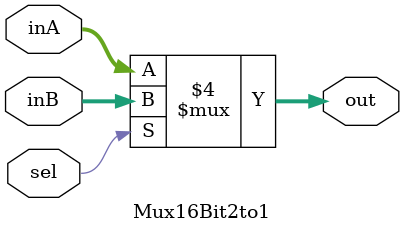
<source format=v>
`timescale 1ns / 1ps


module Mux16Bit2to1(out, inA, inB, sel);

    output reg [15:0] out;
    
    input [15:0] inA;
    input [15:0] inB;
    input sel;

    /* Fill in the implementation here ... */ 
    always @ (inA, inB, sel) begin
       if (sel == 1)
            out <= inB;    
       else
            out <= inA;
    end
endmodule


</source>
